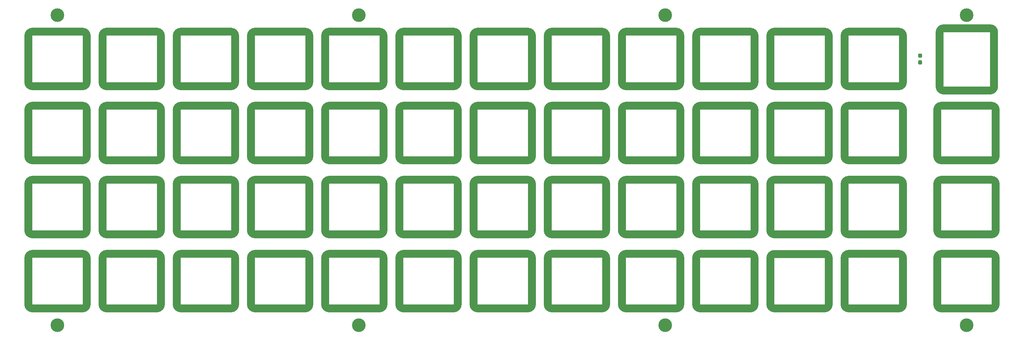
<source format=gbr>
G04 #@! TF.GenerationSoftware,KiCad,Pcbnew,(5.1.4-0)*
G04 #@! TF.CreationDate,2021-11-04T10:16:47-05:00*
G04 #@! TF.ProjectId,top_plate,746f705f-706c-4617-9465-2e6b69636164,rev?*
G04 #@! TF.SameCoordinates,Original*
G04 #@! TF.FileFunction,Soldermask,Bot*
G04 #@! TF.FilePolarity,Negative*
%FSLAX46Y46*%
G04 Gerber Fmt 4.6, Leading zero omitted, Abs format (unit mm)*
G04 Created by KiCad (PCBNEW (5.1.4-0)) date 2021-11-04 10:16:47*
%MOMM*%
%LPD*%
G04 APERTURE LIST*
%ADD10C,2.000000*%
%ADD11C,0.120000*%
%ADD12C,3.500000*%
%ADD13C,0.100000*%
%ADD14C,0.950000*%
G04 APERTURE END LIST*
D10*
X383436010Y-58106460D02*
G75*
G02X382436010Y-57106460I0J1000000D01*
G01*
X382436010Y-43106460D02*
G75*
G02X383436010Y-42106460I1000000J0D01*
G01*
X395436010Y-42106460D02*
G75*
G02X396436010Y-43106460I0J-1000000D01*
G01*
X396436010Y-57106460D02*
G75*
G02X395436010Y-58106460I-1000000J0D01*
G01*
X383436010Y-58106460D02*
X395436010Y-58106460D01*
X382436010Y-57106460D02*
X382436010Y-43106460D01*
X383436010Y-42106460D02*
X395436010Y-42106460D01*
X396436010Y-57106460D02*
X396436010Y-43106460D01*
X182522610Y-56006460D02*
G75*
G02X181522610Y-57006460I-1000000J0D01*
G01*
X181522610Y-57006460D02*
X168522610Y-57006460D01*
X182522610Y-44006460D02*
X182522610Y-56006460D01*
X181522610Y-43006460D02*
G75*
G02X182522610Y-44006460I0J-1000000D01*
G01*
X168522610Y-57006460D02*
G75*
G02X167522610Y-56006460I0J1000000D01*
G01*
X167522610Y-44006460D02*
G75*
G02X168522610Y-43006460I1000000J0D01*
G01*
X168522610Y-43006460D02*
X181522610Y-43006460D01*
X167522610Y-44006460D02*
X167522610Y-56006460D01*
D11*
X182322610Y-52906460D02*
X182722610Y-52906460D01*
X182822610Y-47106460D02*
X182322610Y-47106460D01*
D10*
X315873362Y-56006460D02*
G75*
G02X314873362Y-57006460I-1000000J0D01*
G01*
X314873362Y-57006460D02*
X301873362Y-57006460D01*
X315873362Y-44006460D02*
X315873362Y-56006460D01*
X314873362Y-43006460D02*
G75*
G02X315873362Y-44006460I0J-1000000D01*
G01*
X301873362Y-57006460D02*
G75*
G02X300873362Y-56006460I0J1000000D01*
G01*
X300873362Y-44006460D02*
G75*
G02X301873362Y-43006460I1000000J0D01*
G01*
X301873362Y-43006460D02*
X314873362Y-43006460D01*
X300873362Y-44006460D02*
X300873362Y-56006460D01*
D11*
X315673362Y-52906460D02*
X316073362Y-52906460D01*
X316173362Y-47106460D02*
X315673362Y-47106460D01*
D10*
X396836010Y-113156700D02*
G75*
G02X395836010Y-114156700I-1000000J0D01*
G01*
X395836010Y-114156700D02*
X382836010Y-114156700D01*
X396836010Y-101156700D02*
X396836010Y-113156700D01*
X395836010Y-100156700D02*
G75*
G02X396836010Y-101156700I0J-1000000D01*
G01*
X382836010Y-114156700D02*
G75*
G02X381836010Y-113156700I0J1000000D01*
G01*
X381836010Y-101156700D02*
G75*
G02X382836010Y-100156700I1000000J0D01*
G01*
X382836010Y-100156700D02*
X395836010Y-100156700D01*
X381836010Y-101156700D02*
X381836010Y-113156700D01*
D11*
X396636010Y-110056700D02*
X397036010Y-110056700D01*
X397136010Y-104256700D02*
X396636010Y-104256700D01*
D10*
X396835890Y-94106428D02*
G75*
G02X395835890Y-95106428I-1000000J0D01*
G01*
X395835890Y-95106428D02*
X382835890Y-95106428D01*
X396835890Y-82106428D02*
X396835890Y-94106428D01*
X395835890Y-81106428D02*
G75*
G02X396835890Y-82106428I0J-1000000D01*
G01*
X382835890Y-95106428D02*
G75*
G02X381835890Y-94106428I0J1000000D01*
G01*
X381835890Y-82106428D02*
G75*
G02X382835890Y-81106428I1000000J0D01*
G01*
X382835890Y-81106428D02*
X395835890Y-81106428D01*
X381835890Y-82106428D02*
X381835890Y-94106428D01*
D11*
X396635890Y-91006428D02*
X397035890Y-91006428D01*
X397135890Y-85206428D02*
X396635890Y-85206428D01*
D10*
X396835890Y-75056444D02*
G75*
G02X395835890Y-76056444I-1000000J0D01*
G01*
X395835890Y-76056444D02*
X382835890Y-76056444D01*
X396835890Y-63056444D02*
X396835890Y-75056444D01*
X395835890Y-62056444D02*
G75*
G02X396835890Y-63056444I0J-1000000D01*
G01*
X382835890Y-76056444D02*
G75*
G02X381835890Y-75056444I0J1000000D01*
G01*
X381835890Y-63056444D02*
G75*
G02X382835890Y-62056444I1000000J0D01*
G01*
X382835890Y-62056444D02*
X395835890Y-62056444D01*
X381835890Y-63056444D02*
X381835890Y-75056444D01*
D11*
X396635890Y-71956444D02*
X397035890Y-71956444D01*
X397135890Y-66156444D02*
X396635890Y-66156444D01*
D10*
X373023410Y-113156700D02*
G75*
G02X372023410Y-114156700I-1000000J0D01*
G01*
X372023410Y-114156700D02*
X359023410Y-114156700D01*
X373023410Y-101156700D02*
X373023410Y-113156700D01*
X372023410Y-100156700D02*
G75*
G02X373023410Y-101156700I0J-1000000D01*
G01*
X359023410Y-114156700D02*
G75*
G02X358023410Y-113156700I0J1000000D01*
G01*
X358023410Y-101156700D02*
G75*
G02X359023410Y-100156700I1000000J0D01*
G01*
X359023410Y-100156700D02*
X372023410Y-100156700D01*
X358023410Y-101156700D02*
X358023410Y-113156700D01*
D11*
X372823410Y-110056700D02*
X373223410Y-110056700D01*
X373323410Y-104256700D02*
X372823410Y-104256700D01*
D10*
X353973330Y-113160000D02*
G75*
G02X352973330Y-114160000I-1000000J0D01*
G01*
X352973330Y-114160000D02*
X339973330Y-114160000D01*
X353973330Y-101160000D02*
X353973330Y-113160000D01*
X352973330Y-100160000D02*
G75*
G02X353973330Y-101160000I0J-1000000D01*
G01*
X339973330Y-114160000D02*
G75*
G02X338973330Y-113160000I0J1000000D01*
G01*
X338973330Y-101160000D02*
G75*
G02X339973330Y-100160000I1000000J0D01*
G01*
X339973330Y-100160000D02*
X352973330Y-100160000D01*
X338973330Y-101160000D02*
X338973330Y-113160000D01*
D11*
X353773330Y-110060000D02*
X354173330Y-110060000D01*
X354273330Y-104260000D02*
X353773330Y-104260000D01*
D10*
X334923250Y-113156700D02*
G75*
G02X333923250Y-114156700I-1000000J0D01*
G01*
X333923250Y-114156700D02*
X320923250Y-114156700D01*
X334923250Y-101156700D02*
X334923250Y-113156700D01*
X333923250Y-100156700D02*
G75*
G02X334923250Y-101156700I0J-1000000D01*
G01*
X320923250Y-114156700D02*
G75*
G02X319923250Y-113156700I0J1000000D01*
G01*
X319923250Y-101156700D02*
G75*
G02X320923250Y-100156700I1000000J0D01*
G01*
X320923250Y-100156700D02*
X333923250Y-100156700D01*
X319923250Y-101156700D02*
X319923250Y-113156700D01*
D11*
X334723250Y-110056700D02*
X335123250Y-110056700D01*
X335223250Y-104256700D02*
X334723250Y-104256700D01*
D10*
X315873170Y-113156700D02*
G75*
G02X314873170Y-114156700I-1000000J0D01*
G01*
X314873170Y-114156700D02*
X301873170Y-114156700D01*
X315873170Y-101156700D02*
X315873170Y-113156700D01*
X314873170Y-100156700D02*
G75*
G02X315873170Y-101156700I0J-1000000D01*
G01*
X301873170Y-114156700D02*
G75*
G02X300873170Y-113156700I0J1000000D01*
G01*
X300873170Y-101156700D02*
G75*
G02X301873170Y-100156700I1000000J0D01*
G01*
X301873170Y-100156700D02*
X314873170Y-100156700D01*
X300873170Y-101156700D02*
X300873170Y-113156700D01*
D11*
X315673170Y-110056700D02*
X316073170Y-110056700D01*
X316173170Y-104256700D02*
X315673170Y-104256700D01*
D10*
X296823090Y-113156700D02*
G75*
G02X295823090Y-114156700I-1000000J0D01*
G01*
X295823090Y-114156700D02*
X282823090Y-114156700D01*
X296823090Y-101156700D02*
X296823090Y-113156700D01*
X295823090Y-100156700D02*
G75*
G02X296823090Y-101156700I0J-1000000D01*
G01*
X282823090Y-114156700D02*
G75*
G02X281823090Y-113156700I0J1000000D01*
G01*
X281823090Y-101156700D02*
G75*
G02X282823090Y-100156700I1000000J0D01*
G01*
X282823090Y-100156700D02*
X295823090Y-100156700D01*
X281823090Y-101156700D02*
X281823090Y-113156700D01*
D11*
X296623090Y-110056700D02*
X297023090Y-110056700D01*
X297123090Y-104256700D02*
X296623090Y-104256700D01*
D10*
X277773010Y-113156700D02*
G75*
G02X276773010Y-114156700I-1000000J0D01*
G01*
X276773010Y-114156700D02*
X263773010Y-114156700D01*
X277773010Y-101156700D02*
X277773010Y-113156700D01*
X276773010Y-100156700D02*
G75*
G02X277773010Y-101156700I0J-1000000D01*
G01*
X263773010Y-114156700D02*
G75*
G02X262773010Y-113156700I0J1000000D01*
G01*
X262773010Y-101156700D02*
G75*
G02X263773010Y-100156700I1000000J0D01*
G01*
X263773010Y-100156700D02*
X276773010Y-100156700D01*
X262773010Y-101156700D02*
X262773010Y-113156700D01*
D11*
X277573010Y-110056700D02*
X277973010Y-110056700D01*
X278073010Y-104256700D02*
X277573010Y-104256700D01*
D10*
X258722930Y-113156700D02*
G75*
G02X257722930Y-114156700I-1000000J0D01*
G01*
X257722930Y-114156700D02*
X244722930Y-114156700D01*
X258722930Y-101156700D02*
X258722930Y-113156700D01*
X257722930Y-100156700D02*
G75*
G02X258722930Y-101156700I0J-1000000D01*
G01*
X244722930Y-114156700D02*
G75*
G02X243722930Y-113156700I0J1000000D01*
G01*
X243722930Y-101156700D02*
G75*
G02X244722930Y-100156700I1000000J0D01*
G01*
X244722930Y-100156700D02*
X257722930Y-100156700D01*
X243722930Y-101156700D02*
X243722930Y-113156700D01*
D11*
X258522930Y-110056700D02*
X258922930Y-110056700D01*
X259022930Y-104256700D02*
X258522930Y-104256700D01*
D10*
X239672850Y-113156700D02*
G75*
G02X238672850Y-114156700I-1000000J0D01*
G01*
X238672850Y-114156700D02*
X225672850Y-114156700D01*
X239672850Y-101156700D02*
X239672850Y-113156700D01*
X238672850Y-100156700D02*
G75*
G02X239672850Y-101156700I0J-1000000D01*
G01*
X225672850Y-114156700D02*
G75*
G02X224672850Y-113156700I0J1000000D01*
G01*
X224672850Y-101156700D02*
G75*
G02X225672850Y-100156700I1000000J0D01*
G01*
X225672850Y-100156700D02*
X238672850Y-100156700D01*
X224672850Y-101156700D02*
X224672850Y-113156700D01*
D11*
X239472850Y-110056700D02*
X239872850Y-110056700D01*
X239972850Y-104256700D02*
X239472850Y-104256700D01*
D10*
X220622770Y-113156700D02*
G75*
G02X219622770Y-114156700I-1000000J0D01*
G01*
X219622770Y-114156700D02*
X206622770Y-114156700D01*
X220622770Y-101156700D02*
X220622770Y-113156700D01*
X219622770Y-100156700D02*
G75*
G02X220622770Y-101156700I0J-1000000D01*
G01*
X206622770Y-114156700D02*
G75*
G02X205622770Y-113156700I0J1000000D01*
G01*
X205622770Y-101156700D02*
G75*
G02X206622770Y-100156700I1000000J0D01*
G01*
X206622770Y-100156700D02*
X219622770Y-100156700D01*
X205622770Y-101156700D02*
X205622770Y-113156700D01*
D11*
X220422770Y-110056700D02*
X220822770Y-110056700D01*
X220922770Y-104256700D02*
X220422770Y-104256700D01*
D10*
X201572690Y-113156700D02*
G75*
G02X200572690Y-114156700I-1000000J0D01*
G01*
X200572690Y-114156700D02*
X187572690Y-114156700D01*
X201572690Y-101156700D02*
X201572690Y-113156700D01*
X200572690Y-100156700D02*
G75*
G02X201572690Y-101156700I0J-1000000D01*
G01*
X187572690Y-114156700D02*
G75*
G02X186572690Y-113156700I0J1000000D01*
G01*
X186572690Y-101156700D02*
G75*
G02X187572690Y-100156700I1000000J0D01*
G01*
X187572690Y-100156700D02*
X200572690Y-100156700D01*
X186572690Y-101156700D02*
X186572690Y-113156700D01*
D11*
X201372690Y-110056700D02*
X201772690Y-110056700D01*
X201872690Y-104256700D02*
X201372690Y-104256700D01*
D10*
X182522610Y-113156700D02*
G75*
G02X181522610Y-114156700I-1000000J0D01*
G01*
X181522610Y-114156700D02*
X168522610Y-114156700D01*
X182522610Y-101156700D02*
X182522610Y-113156700D01*
X181522610Y-100156700D02*
G75*
G02X182522610Y-101156700I0J-1000000D01*
G01*
X168522610Y-114156700D02*
G75*
G02X167522610Y-113156700I0J1000000D01*
G01*
X167522610Y-101156700D02*
G75*
G02X168522610Y-100156700I1000000J0D01*
G01*
X168522610Y-100156700D02*
X181522610Y-100156700D01*
X167522610Y-101156700D02*
X167522610Y-113156700D01*
D11*
X182322610Y-110056700D02*
X182722610Y-110056700D01*
X182822610Y-104256700D02*
X182322610Y-104256700D01*
D10*
X163472530Y-113156700D02*
G75*
G02X162472530Y-114156700I-1000000J0D01*
G01*
X162472530Y-114156700D02*
X149472530Y-114156700D01*
X163472530Y-101156700D02*
X163472530Y-113156700D01*
X162472530Y-100156700D02*
G75*
G02X163472530Y-101156700I0J-1000000D01*
G01*
X149472530Y-114156700D02*
G75*
G02X148472530Y-113156700I0J1000000D01*
G01*
X148472530Y-101156700D02*
G75*
G02X149472530Y-100156700I1000000J0D01*
G01*
X149472530Y-100156700D02*
X162472530Y-100156700D01*
X148472530Y-101156700D02*
X148472530Y-113156700D01*
D11*
X163272530Y-110056700D02*
X163672530Y-110056700D01*
X163772530Y-104256700D02*
X163272530Y-104256700D01*
D10*
X373023410Y-94106620D02*
G75*
G02X372023410Y-95106620I-1000000J0D01*
G01*
X372023410Y-95106620D02*
X359023410Y-95106620D01*
X373023410Y-82106620D02*
X373023410Y-94106620D01*
X372023410Y-81106620D02*
G75*
G02X373023410Y-82106620I0J-1000000D01*
G01*
X359023410Y-95106620D02*
G75*
G02X358023410Y-94106620I0J1000000D01*
G01*
X358023410Y-82106620D02*
G75*
G02X359023410Y-81106620I1000000J0D01*
G01*
X359023410Y-81106620D02*
X372023410Y-81106620D01*
X358023410Y-82106620D02*
X358023410Y-94106620D01*
D11*
X372823410Y-91006620D02*
X373223410Y-91006620D01*
X373323410Y-85206620D02*
X372823410Y-85206620D01*
D10*
X353973330Y-94106620D02*
G75*
G02X352973330Y-95106620I-1000000J0D01*
G01*
X352973330Y-95106620D02*
X339973330Y-95106620D01*
X353973330Y-82106620D02*
X353973330Y-94106620D01*
X352973330Y-81106620D02*
G75*
G02X353973330Y-82106620I0J-1000000D01*
G01*
X339973330Y-95106620D02*
G75*
G02X338973330Y-94106620I0J1000000D01*
G01*
X338973330Y-82106620D02*
G75*
G02X339973330Y-81106620I1000000J0D01*
G01*
X339973330Y-81106620D02*
X352973330Y-81106620D01*
X338973330Y-82106620D02*
X338973330Y-94106620D01*
D11*
X353773330Y-91006620D02*
X354173330Y-91006620D01*
X354273330Y-85206620D02*
X353773330Y-85206620D01*
D10*
X334923250Y-94106620D02*
G75*
G02X333923250Y-95106620I-1000000J0D01*
G01*
X333923250Y-95106620D02*
X320923250Y-95106620D01*
X334923250Y-82106620D02*
X334923250Y-94106620D01*
X333923250Y-81106620D02*
G75*
G02X334923250Y-82106620I0J-1000000D01*
G01*
X320923250Y-95106620D02*
G75*
G02X319923250Y-94106620I0J1000000D01*
G01*
X319923250Y-82106620D02*
G75*
G02X320923250Y-81106620I1000000J0D01*
G01*
X320923250Y-81106620D02*
X333923250Y-81106620D01*
X319923250Y-82106620D02*
X319923250Y-94106620D01*
D11*
X334723250Y-91006620D02*
X335123250Y-91006620D01*
X335223250Y-85206620D02*
X334723250Y-85206620D01*
D10*
X315873170Y-94106620D02*
G75*
G02X314873170Y-95106620I-1000000J0D01*
G01*
X314873170Y-95106620D02*
X301873170Y-95106620D01*
X315873170Y-82106620D02*
X315873170Y-94106620D01*
X314873170Y-81106620D02*
G75*
G02X315873170Y-82106620I0J-1000000D01*
G01*
X301873170Y-95106620D02*
G75*
G02X300873170Y-94106620I0J1000000D01*
G01*
X300873170Y-82106620D02*
G75*
G02X301873170Y-81106620I1000000J0D01*
G01*
X301873170Y-81106620D02*
X314873170Y-81106620D01*
X300873170Y-82106620D02*
X300873170Y-94106620D01*
D11*
X315673170Y-91006620D02*
X316073170Y-91006620D01*
X316173170Y-85206620D02*
X315673170Y-85206620D01*
D10*
X296823090Y-94106620D02*
G75*
G02X295823090Y-95106620I-1000000J0D01*
G01*
X295823090Y-95106620D02*
X282823090Y-95106620D01*
X296823090Y-82106620D02*
X296823090Y-94106620D01*
X295823090Y-81106620D02*
G75*
G02X296823090Y-82106620I0J-1000000D01*
G01*
X282823090Y-95106620D02*
G75*
G02X281823090Y-94106620I0J1000000D01*
G01*
X281823090Y-82106620D02*
G75*
G02X282823090Y-81106620I1000000J0D01*
G01*
X282823090Y-81106620D02*
X295823090Y-81106620D01*
X281823090Y-82106620D02*
X281823090Y-94106620D01*
D11*
X296623090Y-91006620D02*
X297023090Y-91006620D01*
X297123090Y-85206620D02*
X296623090Y-85206620D01*
D10*
X277773010Y-94106620D02*
G75*
G02X276773010Y-95106620I-1000000J0D01*
G01*
X276773010Y-95106620D02*
X263773010Y-95106620D01*
X277773010Y-82106620D02*
X277773010Y-94106620D01*
X276773010Y-81106620D02*
G75*
G02X277773010Y-82106620I0J-1000000D01*
G01*
X263773010Y-95106620D02*
G75*
G02X262773010Y-94106620I0J1000000D01*
G01*
X262773010Y-82106620D02*
G75*
G02X263773010Y-81106620I1000000J0D01*
G01*
X263773010Y-81106620D02*
X276773010Y-81106620D01*
X262773010Y-82106620D02*
X262773010Y-94106620D01*
D11*
X277573010Y-91006620D02*
X277973010Y-91006620D01*
X278073010Y-85206620D02*
X277573010Y-85206620D01*
D10*
X258722930Y-94106620D02*
G75*
G02X257722930Y-95106620I-1000000J0D01*
G01*
X257722930Y-95106620D02*
X244722930Y-95106620D01*
X258722930Y-82106620D02*
X258722930Y-94106620D01*
X257722930Y-81106620D02*
G75*
G02X258722930Y-82106620I0J-1000000D01*
G01*
X244722930Y-95106620D02*
G75*
G02X243722930Y-94106620I0J1000000D01*
G01*
X243722930Y-82106620D02*
G75*
G02X244722930Y-81106620I1000000J0D01*
G01*
X244722930Y-81106620D02*
X257722930Y-81106620D01*
X243722930Y-82106620D02*
X243722930Y-94106620D01*
D11*
X258522930Y-91006620D02*
X258922930Y-91006620D01*
X259022930Y-85206620D02*
X258522930Y-85206620D01*
D10*
X239672850Y-94106620D02*
G75*
G02X238672850Y-95106620I-1000000J0D01*
G01*
X238672850Y-95106620D02*
X225672850Y-95106620D01*
X239672850Y-82106620D02*
X239672850Y-94106620D01*
X238672850Y-81106620D02*
G75*
G02X239672850Y-82106620I0J-1000000D01*
G01*
X225672850Y-95106620D02*
G75*
G02X224672850Y-94106620I0J1000000D01*
G01*
X224672850Y-82106620D02*
G75*
G02X225672850Y-81106620I1000000J0D01*
G01*
X225672850Y-81106620D02*
X238672850Y-81106620D01*
X224672850Y-82106620D02*
X224672850Y-94106620D01*
D11*
X239472850Y-91006620D02*
X239872850Y-91006620D01*
X239972850Y-85206620D02*
X239472850Y-85206620D01*
D10*
X220622770Y-94106620D02*
G75*
G02X219622770Y-95106620I-1000000J0D01*
G01*
X219622770Y-95106620D02*
X206622770Y-95106620D01*
X220622770Y-82106620D02*
X220622770Y-94106620D01*
X219622770Y-81106620D02*
G75*
G02X220622770Y-82106620I0J-1000000D01*
G01*
X206622770Y-95106620D02*
G75*
G02X205622770Y-94106620I0J1000000D01*
G01*
X205622770Y-82106620D02*
G75*
G02X206622770Y-81106620I1000000J0D01*
G01*
X206622770Y-81106620D02*
X219622770Y-81106620D01*
X205622770Y-82106620D02*
X205622770Y-94106620D01*
D11*
X220422770Y-91006620D02*
X220822770Y-91006620D01*
X220922770Y-85206620D02*
X220422770Y-85206620D01*
D10*
X201572690Y-94106620D02*
G75*
G02X200572690Y-95106620I-1000000J0D01*
G01*
X200572690Y-95106620D02*
X187572690Y-95106620D01*
X201572690Y-82106620D02*
X201572690Y-94106620D01*
X200572690Y-81106620D02*
G75*
G02X201572690Y-82106620I0J-1000000D01*
G01*
X187572690Y-95106620D02*
G75*
G02X186572690Y-94106620I0J1000000D01*
G01*
X186572690Y-82106620D02*
G75*
G02X187572690Y-81106620I1000000J0D01*
G01*
X187572690Y-81106620D02*
X200572690Y-81106620D01*
X186572690Y-82106620D02*
X186572690Y-94106620D01*
D11*
X201372690Y-91006620D02*
X201772690Y-91006620D01*
X201872690Y-85206620D02*
X201372690Y-85206620D01*
D10*
X182522610Y-94106620D02*
G75*
G02X181522610Y-95106620I-1000000J0D01*
G01*
X181522610Y-95106620D02*
X168522610Y-95106620D01*
X182522610Y-82106620D02*
X182522610Y-94106620D01*
X181522610Y-81106620D02*
G75*
G02X182522610Y-82106620I0J-1000000D01*
G01*
X168522610Y-95106620D02*
G75*
G02X167522610Y-94106620I0J1000000D01*
G01*
X167522610Y-82106620D02*
G75*
G02X168522610Y-81106620I1000000J0D01*
G01*
X168522610Y-81106620D02*
X181522610Y-81106620D01*
X167522610Y-82106620D02*
X167522610Y-94106620D01*
D11*
X182322610Y-91006620D02*
X182722610Y-91006620D01*
X182822610Y-85206620D02*
X182322610Y-85206620D01*
D10*
X163472530Y-94106620D02*
G75*
G02X162472530Y-95106620I-1000000J0D01*
G01*
X162472530Y-95106620D02*
X149472530Y-95106620D01*
X163472530Y-82106620D02*
X163472530Y-94106620D01*
X162472530Y-81106620D02*
G75*
G02X163472530Y-82106620I0J-1000000D01*
G01*
X149472530Y-95106620D02*
G75*
G02X148472530Y-94106620I0J1000000D01*
G01*
X148472530Y-82106620D02*
G75*
G02X149472530Y-81106620I1000000J0D01*
G01*
X149472530Y-81106620D02*
X162472530Y-81106620D01*
X148472530Y-82106620D02*
X148472530Y-94106620D01*
D11*
X163272530Y-91006620D02*
X163672530Y-91006620D01*
X163772530Y-85206620D02*
X163272530Y-85206620D01*
D10*
X373023410Y-75056540D02*
G75*
G02X372023410Y-76056540I-1000000J0D01*
G01*
X372023410Y-76056540D02*
X359023410Y-76056540D01*
X373023410Y-63056540D02*
X373023410Y-75056540D01*
X372023410Y-62056540D02*
G75*
G02X373023410Y-63056540I0J-1000000D01*
G01*
X359023410Y-76056540D02*
G75*
G02X358023410Y-75056540I0J1000000D01*
G01*
X358023410Y-63056540D02*
G75*
G02X359023410Y-62056540I1000000J0D01*
G01*
X359023410Y-62056540D02*
X372023410Y-62056540D01*
X358023410Y-63056540D02*
X358023410Y-75056540D01*
D11*
X372823410Y-71956540D02*
X373223410Y-71956540D01*
X373323410Y-66156540D02*
X372823410Y-66156540D01*
D10*
X353973330Y-75056540D02*
G75*
G02X352973330Y-76056540I-1000000J0D01*
G01*
X352973330Y-76056540D02*
X339973330Y-76056540D01*
X353973330Y-63056540D02*
X353973330Y-75056540D01*
X352973330Y-62056540D02*
G75*
G02X353973330Y-63056540I0J-1000000D01*
G01*
X339973330Y-76056540D02*
G75*
G02X338973330Y-75056540I0J1000000D01*
G01*
X338973330Y-63056540D02*
G75*
G02X339973330Y-62056540I1000000J0D01*
G01*
X339973330Y-62056540D02*
X352973330Y-62056540D01*
X338973330Y-63056540D02*
X338973330Y-75056540D01*
D11*
X353773330Y-71956540D02*
X354173330Y-71956540D01*
X354273330Y-66156540D02*
X353773330Y-66156540D01*
D10*
X334923250Y-75056540D02*
G75*
G02X333923250Y-76056540I-1000000J0D01*
G01*
X333923250Y-76056540D02*
X320923250Y-76056540D01*
X334923250Y-63056540D02*
X334923250Y-75056540D01*
X333923250Y-62056540D02*
G75*
G02X334923250Y-63056540I0J-1000000D01*
G01*
X320923250Y-76056540D02*
G75*
G02X319923250Y-75056540I0J1000000D01*
G01*
X319923250Y-63056540D02*
G75*
G02X320923250Y-62056540I1000000J0D01*
G01*
X320923250Y-62056540D02*
X333923250Y-62056540D01*
X319923250Y-63056540D02*
X319923250Y-75056540D01*
D11*
X334723250Y-71956540D02*
X335123250Y-71956540D01*
X335223250Y-66156540D02*
X334723250Y-66156540D01*
D10*
X315873170Y-75056540D02*
G75*
G02X314873170Y-76056540I-1000000J0D01*
G01*
X314873170Y-76056540D02*
X301873170Y-76056540D01*
X315873170Y-63056540D02*
X315873170Y-75056540D01*
X314873170Y-62056540D02*
G75*
G02X315873170Y-63056540I0J-1000000D01*
G01*
X301873170Y-76056540D02*
G75*
G02X300873170Y-75056540I0J1000000D01*
G01*
X300873170Y-63056540D02*
G75*
G02X301873170Y-62056540I1000000J0D01*
G01*
X301873170Y-62056540D02*
X314873170Y-62056540D01*
X300873170Y-63056540D02*
X300873170Y-75056540D01*
D11*
X315673170Y-71956540D02*
X316073170Y-71956540D01*
X316173170Y-66156540D02*
X315673170Y-66156540D01*
D10*
X296823090Y-75056540D02*
G75*
G02X295823090Y-76056540I-1000000J0D01*
G01*
X295823090Y-76056540D02*
X282823090Y-76056540D01*
X296823090Y-63056540D02*
X296823090Y-75056540D01*
X295823090Y-62056540D02*
G75*
G02X296823090Y-63056540I0J-1000000D01*
G01*
X282823090Y-76056540D02*
G75*
G02X281823090Y-75056540I0J1000000D01*
G01*
X281823090Y-63056540D02*
G75*
G02X282823090Y-62056540I1000000J0D01*
G01*
X282823090Y-62056540D02*
X295823090Y-62056540D01*
X281823090Y-63056540D02*
X281823090Y-75056540D01*
D11*
X296623090Y-71956540D02*
X297023090Y-71956540D01*
X297123090Y-66156540D02*
X296623090Y-66156540D01*
D10*
X277773010Y-75056540D02*
G75*
G02X276773010Y-76056540I-1000000J0D01*
G01*
X276773010Y-76056540D02*
X263773010Y-76056540D01*
X277773010Y-63056540D02*
X277773010Y-75056540D01*
X276773010Y-62056540D02*
G75*
G02X277773010Y-63056540I0J-1000000D01*
G01*
X263773010Y-76056540D02*
G75*
G02X262773010Y-75056540I0J1000000D01*
G01*
X262773010Y-63056540D02*
G75*
G02X263773010Y-62056540I1000000J0D01*
G01*
X263773010Y-62056540D02*
X276773010Y-62056540D01*
X262773010Y-63056540D02*
X262773010Y-75056540D01*
D11*
X277573010Y-71956540D02*
X277973010Y-71956540D01*
X278073010Y-66156540D02*
X277573010Y-66156540D01*
D10*
X258722930Y-75056540D02*
G75*
G02X257722930Y-76056540I-1000000J0D01*
G01*
X257722930Y-76056540D02*
X244722930Y-76056540D01*
X258722930Y-63056540D02*
X258722930Y-75056540D01*
X257722930Y-62056540D02*
G75*
G02X258722930Y-63056540I0J-1000000D01*
G01*
X244722930Y-76056540D02*
G75*
G02X243722930Y-75056540I0J1000000D01*
G01*
X243722930Y-63056540D02*
G75*
G02X244722930Y-62056540I1000000J0D01*
G01*
X244722930Y-62056540D02*
X257722930Y-62056540D01*
X243722930Y-63056540D02*
X243722930Y-75056540D01*
D11*
X258522930Y-71956540D02*
X258922930Y-71956540D01*
X259022930Y-66156540D02*
X258522930Y-66156540D01*
D10*
X239672850Y-75056540D02*
G75*
G02X238672850Y-76056540I-1000000J0D01*
G01*
X238672850Y-76056540D02*
X225672850Y-76056540D01*
X239672850Y-63056540D02*
X239672850Y-75056540D01*
X238672850Y-62056540D02*
G75*
G02X239672850Y-63056540I0J-1000000D01*
G01*
X225672850Y-76056540D02*
G75*
G02X224672850Y-75056540I0J1000000D01*
G01*
X224672850Y-63056540D02*
G75*
G02X225672850Y-62056540I1000000J0D01*
G01*
X225672850Y-62056540D02*
X238672850Y-62056540D01*
X224672850Y-63056540D02*
X224672850Y-75056540D01*
D11*
X239472850Y-71956540D02*
X239872850Y-71956540D01*
X239972850Y-66156540D02*
X239472850Y-66156540D01*
D10*
X220622770Y-75056540D02*
G75*
G02X219622770Y-76056540I-1000000J0D01*
G01*
X219622770Y-76056540D02*
X206622770Y-76056540D01*
X220622770Y-63056540D02*
X220622770Y-75056540D01*
X219622770Y-62056540D02*
G75*
G02X220622770Y-63056540I0J-1000000D01*
G01*
X206622770Y-76056540D02*
G75*
G02X205622770Y-75056540I0J1000000D01*
G01*
X205622770Y-63056540D02*
G75*
G02X206622770Y-62056540I1000000J0D01*
G01*
X206622770Y-62056540D02*
X219622770Y-62056540D01*
X205622770Y-63056540D02*
X205622770Y-75056540D01*
D11*
X220422770Y-71956540D02*
X220822770Y-71956540D01*
X220922770Y-66156540D02*
X220422770Y-66156540D01*
D10*
X201572690Y-75056540D02*
G75*
G02X200572690Y-76056540I-1000000J0D01*
G01*
X200572690Y-76056540D02*
X187572690Y-76056540D01*
X201572690Y-63056540D02*
X201572690Y-75056540D01*
X200572690Y-62056540D02*
G75*
G02X201572690Y-63056540I0J-1000000D01*
G01*
X187572690Y-76056540D02*
G75*
G02X186572690Y-75056540I0J1000000D01*
G01*
X186572690Y-63056540D02*
G75*
G02X187572690Y-62056540I1000000J0D01*
G01*
X187572690Y-62056540D02*
X200572690Y-62056540D01*
X186572690Y-63056540D02*
X186572690Y-75056540D01*
D11*
X201372690Y-71956540D02*
X201772690Y-71956540D01*
X201872690Y-66156540D02*
X201372690Y-66156540D01*
D10*
X182522610Y-75056540D02*
G75*
G02X181522610Y-76056540I-1000000J0D01*
G01*
X181522610Y-76056540D02*
X168522610Y-76056540D01*
X182522610Y-63056540D02*
X182522610Y-75056540D01*
X181522610Y-62056540D02*
G75*
G02X182522610Y-63056540I0J-1000000D01*
G01*
X168522610Y-76056540D02*
G75*
G02X167522610Y-75056540I0J1000000D01*
G01*
X167522610Y-63056540D02*
G75*
G02X168522610Y-62056540I1000000J0D01*
G01*
X168522610Y-62056540D02*
X181522610Y-62056540D01*
X167522610Y-63056540D02*
X167522610Y-75056540D01*
D11*
X182322610Y-71956540D02*
X182722610Y-71956540D01*
X182822610Y-66156540D02*
X182322610Y-66156540D01*
D10*
X163472530Y-75056540D02*
G75*
G02X162472530Y-76056540I-1000000J0D01*
G01*
X162472530Y-76056540D02*
X149472530Y-76056540D01*
X163472530Y-63056540D02*
X163472530Y-75056540D01*
X162472530Y-62056540D02*
G75*
G02X163472530Y-63056540I0J-1000000D01*
G01*
X149472530Y-76056540D02*
G75*
G02X148472530Y-75056540I0J1000000D01*
G01*
X148472530Y-63056540D02*
G75*
G02X149472530Y-62056540I1000000J0D01*
G01*
X149472530Y-62056540D02*
X162472530Y-62056540D01*
X148472530Y-63056540D02*
X148472530Y-75056540D01*
D11*
X163272530Y-71956540D02*
X163672530Y-71956540D01*
X163772530Y-66156540D02*
X163272530Y-66156540D01*
D10*
X373023410Y-56006460D02*
G75*
G02X372023410Y-57006460I-1000000J0D01*
G01*
X372023410Y-57006460D02*
X359023410Y-57006460D01*
X373023410Y-44006460D02*
X373023410Y-56006460D01*
X372023410Y-43006460D02*
G75*
G02X373023410Y-44006460I0J-1000000D01*
G01*
X359023410Y-57006460D02*
G75*
G02X358023410Y-56006460I0J1000000D01*
G01*
X358023410Y-44006460D02*
G75*
G02X359023410Y-43006460I1000000J0D01*
G01*
X359023410Y-43006460D02*
X372023410Y-43006460D01*
X358023410Y-44006460D02*
X358023410Y-56006460D01*
D11*
X372823410Y-52906460D02*
X373223410Y-52906460D01*
X373323410Y-47106460D02*
X372823410Y-47106460D01*
D10*
X353973330Y-56006460D02*
G75*
G02X352973330Y-57006460I-1000000J0D01*
G01*
X352973330Y-57006460D02*
X339973330Y-57006460D01*
X353973330Y-44006460D02*
X353973330Y-56006460D01*
X352973330Y-43006460D02*
G75*
G02X353973330Y-44006460I0J-1000000D01*
G01*
X339973330Y-57006460D02*
G75*
G02X338973330Y-56006460I0J1000000D01*
G01*
X338973330Y-44006460D02*
G75*
G02X339973330Y-43006460I1000000J0D01*
G01*
X339973330Y-43006460D02*
X352973330Y-43006460D01*
X338973330Y-44006460D02*
X338973330Y-56006460D01*
D11*
X353773330Y-52906460D02*
X354173330Y-52906460D01*
X354273330Y-47106460D02*
X353773330Y-47106460D01*
D10*
X334923250Y-56006460D02*
G75*
G02X333923250Y-57006460I-1000000J0D01*
G01*
X333923250Y-57006460D02*
X320923250Y-57006460D01*
X334923250Y-44006460D02*
X334923250Y-56006460D01*
X333923250Y-43006460D02*
G75*
G02X334923250Y-44006460I0J-1000000D01*
G01*
X320923250Y-57006460D02*
G75*
G02X319923250Y-56006460I0J1000000D01*
G01*
X319923250Y-44006460D02*
G75*
G02X320923250Y-43006460I1000000J0D01*
G01*
X320923250Y-43006460D02*
X333923250Y-43006460D01*
X319923250Y-44006460D02*
X319923250Y-56006460D01*
D11*
X334723250Y-52906460D02*
X335123250Y-52906460D01*
X335223250Y-47106460D02*
X334723250Y-47106460D01*
D10*
X296823346Y-56006460D02*
G75*
G02X295823346Y-57006460I-1000000J0D01*
G01*
X295823346Y-57006460D02*
X282823346Y-57006460D01*
X296823346Y-44006460D02*
X296823346Y-56006460D01*
X295823346Y-43006460D02*
G75*
G02X296823346Y-44006460I0J-1000000D01*
G01*
X282823346Y-57006460D02*
G75*
G02X281823346Y-56006460I0J1000000D01*
G01*
X281823346Y-44006460D02*
G75*
G02X282823346Y-43006460I1000000J0D01*
G01*
X282823346Y-43006460D02*
X295823346Y-43006460D01*
X281823346Y-44006460D02*
X281823346Y-56006460D01*
D11*
X296623346Y-52906460D02*
X297023346Y-52906460D01*
X297123346Y-47106460D02*
X296623346Y-47106460D01*
D10*
X277773330Y-56006460D02*
G75*
G02X276773330Y-57006460I-1000000J0D01*
G01*
X276773330Y-57006460D02*
X263773330Y-57006460D01*
X277773330Y-44006460D02*
X277773330Y-56006460D01*
X276773330Y-43006460D02*
G75*
G02X277773330Y-44006460I0J-1000000D01*
G01*
X263773330Y-57006460D02*
G75*
G02X262773330Y-56006460I0J1000000D01*
G01*
X262773330Y-44006460D02*
G75*
G02X263773330Y-43006460I1000000J0D01*
G01*
X263773330Y-43006460D02*
X276773330Y-43006460D01*
X262773330Y-44006460D02*
X262773330Y-56006460D01*
D11*
X277573330Y-52906460D02*
X277973330Y-52906460D01*
X278073330Y-47106460D02*
X277573330Y-47106460D01*
D10*
X258723314Y-56006460D02*
G75*
G02X257723314Y-57006460I-1000000J0D01*
G01*
X257723314Y-57006460D02*
X244723314Y-57006460D01*
X258723314Y-44006460D02*
X258723314Y-56006460D01*
X257723314Y-43006460D02*
G75*
G02X258723314Y-44006460I0J-1000000D01*
G01*
X244723314Y-57006460D02*
G75*
G02X243723314Y-56006460I0J1000000D01*
G01*
X243723314Y-44006460D02*
G75*
G02X244723314Y-43006460I1000000J0D01*
G01*
X244723314Y-43006460D02*
X257723314Y-43006460D01*
X243723314Y-44006460D02*
X243723314Y-56006460D01*
D11*
X258523314Y-52906460D02*
X258923314Y-52906460D01*
X259023314Y-47106460D02*
X258523314Y-47106460D01*
D10*
X239672850Y-56006460D02*
G75*
G02X238672850Y-57006460I-1000000J0D01*
G01*
X238672850Y-57006460D02*
X225672850Y-57006460D01*
X239672850Y-44006460D02*
X239672850Y-56006460D01*
X238672850Y-43006460D02*
G75*
G02X239672850Y-44006460I0J-1000000D01*
G01*
X225672850Y-57006460D02*
G75*
G02X224672850Y-56006460I0J1000000D01*
G01*
X224672850Y-44006460D02*
G75*
G02X225672850Y-43006460I1000000J0D01*
G01*
X225672850Y-43006460D02*
X238672850Y-43006460D01*
X224672850Y-44006460D02*
X224672850Y-56006460D01*
D11*
X239472850Y-52906460D02*
X239872850Y-52906460D01*
X239972850Y-47106460D02*
X239472850Y-47106460D01*
D10*
X220622770Y-56006460D02*
G75*
G02X219622770Y-57006460I-1000000J0D01*
G01*
X219622770Y-57006460D02*
X206622770Y-57006460D01*
X220622770Y-44006460D02*
X220622770Y-56006460D01*
X219622770Y-43006460D02*
G75*
G02X220622770Y-44006460I0J-1000000D01*
G01*
X206622770Y-57006460D02*
G75*
G02X205622770Y-56006460I0J1000000D01*
G01*
X205622770Y-44006460D02*
G75*
G02X206622770Y-43006460I1000000J0D01*
G01*
X206622770Y-43006460D02*
X219622770Y-43006460D01*
X205622770Y-44006460D02*
X205622770Y-56006460D01*
D11*
X220422770Y-52906460D02*
X220822770Y-52906460D01*
X220922770Y-47106460D02*
X220422770Y-47106460D01*
D10*
X201572690Y-56006460D02*
G75*
G02X200572690Y-57006460I-1000000J0D01*
G01*
X200572690Y-57006460D02*
X187572690Y-57006460D01*
X201572690Y-44006460D02*
X201572690Y-56006460D01*
X200572690Y-43006460D02*
G75*
G02X201572690Y-44006460I0J-1000000D01*
G01*
X187572690Y-57006460D02*
G75*
G02X186572690Y-56006460I0J1000000D01*
G01*
X186572690Y-44006460D02*
G75*
G02X187572690Y-43006460I1000000J0D01*
G01*
X187572690Y-43006460D02*
X200572690Y-43006460D01*
X186572690Y-44006460D02*
X186572690Y-56006460D01*
D11*
X201372690Y-52906460D02*
X201772690Y-52906460D01*
X201872690Y-47106460D02*
X201372690Y-47106460D01*
D10*
X163472530Y-56006460D02*
G75*
G02X162472530Y-57006460I-1000000J0D01*
G01*
X162472530Y-57006460D02*
X149472530Y-57006460D01*
X163472530Y-44006460D02*
X163472530Y-56006460D01*
X162472530Y-43006460D02*
G75*
G02X163472530Y-44006460I0J-1000000D01*
G01*
X149472530Y-57006460D02*
G75*
G02X148472530Y-56006460I0J1000000D01*
G01*
X148472530Y-44006460D02*
G75*
G02X149472530Y-43006460I1000000J0D01*
G01*
X149472530Y-43006460D02*
X162472530Y-43006460D01*
X148472530Y-44006460D02*
X148472530Y-56006460D01*
D11*
X163272530Y-52906460D02*
X163672530Y-52906460D01*
X163772530Y-47106460D02*
X163272530Y-47106460D01*
D12*
X389335890Y-118467340D03*
D13*
G36*
X377690449Y-50357604D02*
G01*
X377713504Y-50361023D01*
X377736113Y-50366687D01*
X377758057Y-50374539D01*
X377779127Y-50384504D01*
X377799118Y-50396486D01*
X377817838Y-50410370D01*
X377835108Y-50426022D01*
X377850760Y-50443292D01*
X377864644Y-50462012D01*
X377876626Y-50482003D01*
X377886591Y-50503073D01*
X377894443Y-50525017D01*
X377900107Y-50547626D01*
X377903526Y-50570681D01*
X377904670Y-50593960D01*
X377904670Y-51168960D01*
X377903526Y-51192239D01*
X377900107Y-51215294D01*
X377894443Y-51237903D01*
X377886591Y-51259847D01*
X377876626Y-51280917D01*
X377864644Y-51300908D01*
X377850760Y-51319628D01*
X377835108Y-51336898D01*
X377817838Y-51352550D01*
X377799118Y-51366434D01*
X377779127Y-51378416D01*
X377758057Y-51388381D01*
X377736113Y-51396233D01*
X377713504Y-51401897D01*
X377690449Y-51405316D01*
X377667170Y-51406460D01*
X377192170Y-51406460D01*
X377168891Y-51405316D01*
X377145836Y-51401897D01*
X377123227Y-51396233D01*
X377101283Y-51388381D01*
X377080213Y-51378416D01*
X377060222Y-51366434D01*
X377041502Y-51352550D01*
X377024232Y-51336898D01*
X377008580Y-51319628D01*
X376994696Y-51300908D01*
X376982714Y-51280917D01*
X376972749Y-51259847D01*
X376964897Y-51237903D01*
X376959233Y-51215294D01*
X376955814Y-51192239D01*
X376954670Y-51168960D01*
X376954670Y-50593960D01*
X376955814Y-50570681D01*
X376959233Y-50547626D01*
X376964897Y-50525017D01*
X376972749Y-50503073D01*
X376982714Y-50482003D01*
X376994696Y-50462012D01*
X377008580Y-50443292D01*
X377024232Y-50426022D01*
X377041502Y-50410370D01*
X377060222Y-50396486D01*
X377080213Y-50384504D01*
X377101283Y-50374539D01*
X377123227Y-50366687D01*
X377145836Y-50361023D01*
X377168891Y-50357604D01*
X377192170Y-50356460D01*
X377667170Y-50356460D01*
X377690449Y-50357604D01*
X377690449Y-50357604D01*
G37*
D14*
X377429670Y-50881460D03*
D13*
G36*
X377690449Y-48607604D02*
G01*
X377713504Y-48611023D01*
X377736113Y-48616687D01*
X377758057Y-48624539D01*
X377779127Y-48634504D01*
X377799118Y-48646486D01*
X377817838Y-48660370D01*
X377835108Y-48676022D01*
X377850760Y-48693292D01*
X377864644Y-48712012D01*
X377876626Y-48732003D01*
X377886591Y-48753073D01*
X377894443Y-48775017D01*
X377900107Y-48797626D01*
X377903526Y-48820681D01*
X377904670Y-48843960D01*
X377904670Y-49418960D01*
X377903526Y-49442239D01*
X377900107Y-49465294D01*
X377894443Y-49487903D01*
X377886591Y-49509847D01*
X377876626Y-49530917D01*
X377864644Y-49550908D01*
X377850760Y-49569628D01*
X377835108Y-49586898D01*
X377817838Y-49602550D01*
X377799118Y-49616434D01*
X377779127Y-49628416D01*
X377758057Y-49638381D01*
X377736113Y-49646233D01*
X377713504Y-49651897D01*
X377690449Y-49655316D01*
X377667170Y-49656460D01*
X377192170Y-49656460D01*
X377168891Y-49655316D01*
X377145836Y-49651897D01*
X377123227Y-49646233D01*
X377101283Y-49638381D01*
X377080213Y-49628416D01*
X377060222Y-49616434D01*
X377041502Y-49602550D01*
X377024232Y-49586898D01*
X377008580Y-49569628D01*
X376994696Y-49550908D01*
X376982714Y-49530917D01*
X376972749Y-49509847D01*
X376964897Y-49487903D01*
X376959233Y-49465294D01*
X376955814Y-49442239D01*
X376954670Y-49418960D01*
X376954670Y-48843960D01*
X376955814Y-48820681D01*
X376959233Y-48797626D01*
X376964897Y-48775017D01*
X376972749Y-48753073D01*
X376982714Y-48732003D01*
X376994696Y-48712012D01*
X377008580Y-48693292D01*
X377024232Y-48676022D01*
X377041502Y-48660370D01*
X377060222Y-48646486D01*
X377080213Y-48634504D01*
X377101283Y-48624539D01*
X377123227Y-48616687D01*
X377145836Y-48611023D01*
X377168891Y-48607604D01*
X377192170Y-48606460D01*
X377667170Y-48606460D01*
X377690449Y-48607604D01*
X377690449Y-48607604D01*
G37*
D14*
X377429670Y-49131460D03*
D12*
X155973586Y-38695532D03*
X155973586Y-118467340D03*
X233364146Y-38695532D03*
X233364146Y-118454889D03*
X311945330Y-38695532D03*
X311945330Y-118467340D03*
X389335890Y-38695532D03*
M02*

</source>
